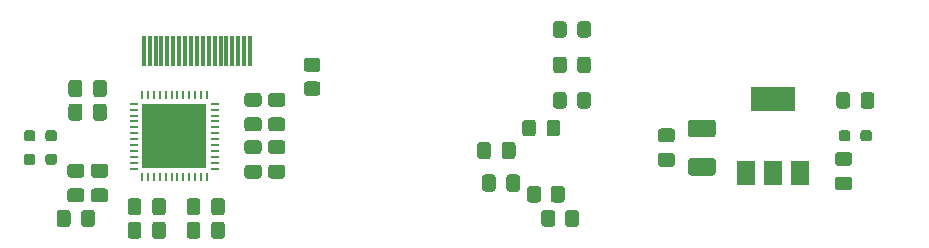
<source format=gtp>
%TF.GenerationSoftware,KiCad,Pcbnew,5.1.9+dfsg1-1+deb11u1*%
%TF.CreationDate,2025-10-29T09:53:25+01:00*%
%TF.ProjectId,VERA--HDMI-Expansion,56455241-2d58-4452-9d48-444d492d4578,1.1*%
%TF.SameCoordinates,Original*%
%TF.FileFunction,Paste,Top*%
%TF.FilePolarity,Positive*%
%FSLAX46Y46*%
G04 Gerber Fmt 4.6, Leading zero omitted, Abs format (unit mm)*
G04 Created by KiCad (PCBNEW 5.1.9+dfsg1-1+deb11u1) date 2025-10-29 09:53:25*
%MOMM*%
%LPD*%
G01*
G04 APERTURE LIST*
%ADD10R,0.300000X2.600000*%
%ADD11R,1.500000X2.000000*%
%ADD12R,3.800000X2.000000*%
%ADD13R,0.787400X0.254000*%
%ADD14R,0.254000X0.787400*%
%ADD15R,5.511800X5.511800*%
G04 APERTURE END LIST*
%TO.C,C1*%
G36*
G01*
X142975000Y-90950000D02*
X142025000Y-90950000D01*
G75*
G02*
X141775000Y-90700000I0J250000D01*
G01*
X141775000Y-90025000D01*
G75*
G02*
X142025000Y-89775000I250000J0D01*
G01*
X142975000Y-89775000D01*
G75*
G02*
X143225000Y-90025000I0J-250000D01*
G01*
X143225000Y-90700000D01*
G75*
G02*
X142975000Y-90950000I-250000J0D01*
G01*
G37*
G36*
G01*
X142975000Y-93025000D02*
X142025000Y-93025000D01*
G75*
G02*
X141775000Y-92775000I0J250000D01*
G01*
X141775000Y-92100000D01*
G75*
G02*
X142025000Y-91850000I250000J0D01*
G01*
X142975000Y-91850000D01*
G75*
G02*
X143225000Y-92100000I0J-250000D01*
G01*
X143225000Y-92775000D01*
G75*
G02*
X142975000Y-93025000I-250000J0D01*
G01*
G37*
%TD*%
%TO.C,C2*%
G36*
G01*
X140975000Y-90950000D02*
X140025000Y-90950000D01*
G75*
G02*
X139775000Y-90700000I0J250000D01*
G01*
X139775000Y-90025000D01*
G75*
G02*
X140025000Y-89775000I250000J0D01*
G01*
X140975000Y-89775000D01*
G75*
G02*
X141225000Y-90025000I0J-250000D01*
G01*
X141225000Y-90700000D01*
G75*
G02*
X140975000Y-90950000I-250000J0D01*
G01*
G37*
G36*
G01*
X140975000Y-93025000D02*
X140025000Y-93025000D01*
G75*
G02*
X139775000Y-92775000I0J250000D01*
G01*
X139775000Y-92100000D01*
G75*
G02*
X140025000Y-91850000I250000J0D01*
G01*
X140975000Y-91850000D01*
G75*
G02*
X141225000Y-92100000I0J-250000D01*
G01*
X141225000Y-92775000D01*
G75*
G02*
X140975000Y-93025000I-250000J0D01*
G01*
G37*
%TD*%
%TO.C,C3*%
G36*
G01*
X140975000Y-94950000D02*
X140025000Y-94950000D01*
G75*
G02*
X139775000Y-94700000I0J250000D01*
G01*
X139775000Y-94025000D01*
G75*
G02*
X140025000Y-93775000I250000J0D01*
G01*
X140975000Y-93775000D01*
G75*
G02*
X141225000Y-94025000I0J-250000D01*
G01*
X141225000Y-94700000D01*
G75*
G02*
X140975000Y-94950000I-250000J0D01*
G01*
G37*
G36*
G01*
X140975000Y-97025000D02*
X140025000Y-97025000D01*
G75*
G02*
X139775000Y-96775000I0J250000D01*
G01*
X139775000Y-96100000D01*
G75*
G02*
X140025000Y-95850000I250000J0D01*
G01*
X140975000Y-95850000D01*
G75*
G02*
X141225000Y-96100000I0J-250000D01*
G01*
X141225000Y-96775000D01*
G75*
G02*
X140975000Y-97025000I-250000J0D01*
G01*
G37*
%TD*%
%TO.C,C4*%
G36*
G01*
X142975000Y-94950000D02*
X142025000Y-94950000D01*
G75*
G02*
X141775000Y-94700000I0J250000D01*
G01*
X141775000Y-94025000D01*
G75*
G02*
X142025000Y-93775000I250000J0D01*
G01*
X142975000Y-93775000D01*
G75*
G02*
X143225000Y-94025000I0J-250000D01*
G01*
X143225000Y-94700000D01*
G75*
G02*
X142975000Y-94950000I-250000J0D01*
G01*
G37*
G36*
G01*
X142975000Y-97025000D02*
X142025000Y-97025000D01*
G75*
G02*
X141775000Y-96775000I0J250000D01*
G01*
X141775000Y-96100000D01*
G75*
G02*
X142025000Y-95850000I250000J0D01*
G01*
X142975000Y-95850000D01*
G75*
G02*
X143225000Y-96100000I0J-250000D01*
G01*
X143225000Y-96775000D01*
G75*
G02*
X142975000Y-97025000I-250000J0D01*
G01*
G37*
%TD*%
%TO.C,C7*%
G36*
G01*
X125025000Y-97850000D02*
X125975000Y-97850000D01*
G75*
G02*
X126225000Y-98100000I0J-250000D01*
G01*
X126225000Y-98775000D01*
G75*
G02*
X125975000Y-99025000I-250000J0D01*
G01*
X125025000Y-99025000D01*
G75*
G02*
X124775000Y-98775000I0J250000D01*
G01*
X124775000Y-98100000D01*
G75*
G02*
X125025000Y-97850000I250000J0D01*
G01*
G37*
G36*
G01*
X125025000Y-95775000D02*
X125975000Y-95775000D01*
G75*
G02*
X126225000Y-96025000I0J-250000D01*
G01*
X126225000Y-96700000D01*
G75*
G02*
X125975000Y-96950000I-250000J0D01*
G01*
X125025000Y-96950000D01*
G75*
G02*
X124775000Y-96700000I0J250000D01*
G01*
X124775000Y-96025000D01*
G75*
G02*
X125025000Y-95775000I250000J0D01*
G01*
G37*
%TD*%
%TO.C,C8*%
G36*
G01*
X127025000Y-97850000D02*
X127975000Y-97850000D01*
G75*
G02*
X128225000Y-98100000I0J-250000D01*
G01*
X128225000Y-98775000D01*
G75*
G02*
X127975000Y-99025000I-250000J0D01*
G01*
X127025000Y-99025000D01*
G75*
G02*
X126775000Y-98775000I0J250000D01*
G01*
X126775000Y-98100000D01*
G75*
G02*
X127025000Y-97850000I250000J0D01*
G01*
G37*
G36*
G01*
X127025000Y-95775000D02*
X127975000Y-95775000D01*
G75*
G02*
X128225000Y-96025000I0J-250000D01*
G01*
X128225000Y-96700000D01*
G75*
G02*
X127975000Y-96950000I-250000J0D01*
G01*
X127025000Y-96950000D01*
G75*
G02*
X126775000Y-96700000I0J250000D01*
G01*
X126775000Y-96025000D01*
G75*
G02*
X127025000Y-95775000I250000J0D01*
G01*
G37*
%TD*%
%TO.C,C9*%
G36*
G01*
X131050000Y-100925000D02*
X131050000Y-101875000D01*
G75*
G02*
X130800000Y-102125000I-250000J0D01*
G01*
X130125000Y-102125000D01*
G75*
G02*
X129875000Y-101875000I0J250000D01*
G01*
X129875000Y-100925000D01*
G75*
G02*
X130125000Y-100675000I250000J0D01*
G01*
X130800000Y-100675000D01*
G75*
G02*
X131050000Y-100925000I0J-250000D01*
G01*
G37*
G36*
G01*
X133125000Y-100925000D02*
X133125000Y-101875000D01*
G75*
G02*
X132875000Y-102125000I-250000J0D01*
G01*
X132200000Y-102125000D01*
G75*
G02*
X131950000Y-101875000I0J250000D01*
G01*
X131950000Y-100925000D01*
G75*
G02*
X132200000Y-100675000I250000J0D01*
G01*
X132875000Y-100675000D01*
G75*
G02*
X133125000Y-100925000I0J-250000D01*
G01*
G37*
%TD*%
%TO.C,C10*%
G36*
G01*
X131050000Y-98925000D02*
X131050000Y-99875000D01*
G75*
G02*
X130800000Y-100125000I-250000J0D01*
G01*
X130125000Y-100125000D01*
G75*
G02*
X129875000Y-99875000I0J250000D01*
G01*
X129875000Y-98925000D01*
G75*
G02*
X130125000Y-98675000I250000J0D01*
G01*
X130800000Y-98675000D01*
G75*
G02*
X131050000Y-98925000I0J-250000D01*
G01*
G37*
G36*
G01*
X133125000Y-98925000D02*
X133125000Y-99875000D01*
G75*
G02*
X132875000Y-100125000I-250000J0D01*
G01*
X132200000Y-100125000D01*
G75*
G02*
X131950000Y-99875000I0J250000D01*
G01*
X131950000Y-98925000D01*
G75*
G02*
X132200000Y-98675000I250000J0D01*
G01*
X132875000Y-98675000D01*
G75*
G02*
X133125000Y-98925000I0J-250000D01*
G01*
G37*
%TD*%
%TO.C,C13*%
G36*
G01*
X126050000Y-90925000D02*
X126050000Y-91875000D01*
G75*
G02*
X125800000Y-92125000I-250000J0D01*
G01*
X125125000Y-92125000D01*
G75*
G02*
X124875000Y-91875000I0J250000D01*
G01*
X124875000Y-90925000D01*
G75*
G02*
X125125000Y-90675000I250000J0D01*
G01*
X125800000Y-90675000D01*
G75*
G02*
X126050000Y-90925000I0J-250000D01*
G01*
G37*
G36*
G01*
X128125000Y-90925000D02*
X128125000Y-91875000D01*
G75*
G02*
X127875000Y-92125000I-250000J0D01*
G01*
X127200000Y-92125000D01*
G75*
G02*
X126950000Y-91875000I0J250000D01*
G01*
X126950000Y-90925000D01*
G75*
G02*
X127200000Y-90675000I250000J0D01*
G01*
X127875000Y-90675000D01*
G75*
G02*
X128125000Y-90925000I0J-250000D01*
G01*
G37*
%TD*%
%TO.C,C14*%
G36*
G01*
X126050000Y-88925000D02*
X126050000Y-89875000D01*
G75*
G02*
X125800000Y-90125000I-250000J0D01*
G01*
X125125000Y-90125000D01*
G75*
G02*
X124875000Y-89875000I0J250000D01*
G01*
X124875000Y-88925000D01*
G75*
G02*
X125125000Y-88675000I250000J0D01*
G01*
X125800000Y-88675000D01*
G75*
G02*
X126050000Y-88925000I0J-250000D01*
G01*
G37*
G36*
G01*
X128125000Y-88925000D02*
X128125000Y-89875000D01*
G75*
G02*
X127875000Y-90125000I-250000J0D01*
G01*
X127200000Y-90125000D01*
G75*
G02*
X126950000Y-89875000I0J250000D01*
G01*
X126950000Y-88925000D01*
G75*
G02*
X127200000Y-88675000I250000J0D01*
G01*
X127875000Y-88675000D01*
G75*
G02*
X128125000Y-88925000I0J-250000D01*
G01*
G37*
%TD*%
%TO.C,C15*%
G36*
G01*
X190975000Y-95950000D02*
X190025000Y-95950000D01*
G75*
G02*
X189775000Y-95700000I0J250000D01*
G01*
X189775000Y-95025000D01*
G75*
G02*
X190025000Y-94775000I250000J0D01*
G01*
X190975000Y-94775000D01*
G75*
G02*
X191225000Y-95025000I0J-250000D01*
G01*
X191225000Y-95700000D01*
G75*
G02*
X190975000Y-95950000I-250000J0D01*
G01*
G37*
G36*
G01*
X190975000Y-98025000D02*
X190025000Y-98025000D01*
G75*
G02*
X189775000Y-97775000I0J250000D01*
G01*
X189775000Y-97100000D01*
G75*
G02*
X190025000Y-96850000I250000J0D01*
G01*
X190975000Y-96850000D01*
G75*
G02*
X191225000Y-97100000I0J-250000D01*
G01*
X191225000Y-97775000D01*
G75*
G02*
X190975000Y-98025000I-250000J0D01*
G01*
G37*
%TD*%
%TO.C,C16*%
G36*
G01*
X177575000Y-95275000D02*
X179425000Y-95275000D01*
G75*
G02*
X179675000Y-95525000I0J-250000D01*
G01*
X179675000Y-96525000D01*
G75*
G02*
X179425000Y-96775000I-250000J0D01*
G01*
X177575000Y-96775000D01*
G75*
G02*
X177325000Y-96525000I0J250000D01*
G01*
X177325000Y-95525000D01*
G75*
G02*
X177575000Y-95275000I250000J0D01*
G01*
G37*
G36*
G01*
X177575000Y-92025000D02*
X179425000Y-92025000D01*
G75*
G02*
X179675000Y-92275000I0J-250000D01*
G01*
X179675000Y-93275000D01*
G75*
G02*
X179425000Y-93525000I-250000J0D01*
G01*
X177575000Y-93525000D01*
G75*
G02*
X177325000Y-93275000I0J250000D01*
G01*
X177325000Y-92275000D01*
G75*
G02*
X177575000Y-92025000I250000J0D01*
G01*
G37*
%TD*%
%TO.C,C17*%
G36*
G01*
X175025000Y-94850000D02*
X175975000Y-94850000D01*
G75*
G02*
X176225000Y-95100000I0J-250000D01*
G01*
X176225000Y-95775000D01*
G75*
G02*
X175975000Y-96025000I-250000J0D01*
G01*
X175025000Y-96025000D01*
G75*
G02*
X174775000Y-95775000I0J250000D01*
G01*
X174775000Y-95100000D01*
G75*
G02*
X175025000Y-94850000I250000J0D01*
G01*
G37*
G36*
G01*
X175025000Y-92775000D02*
X175975000Y-92775000D01*
G75*
G02*
X176225000Y-93025000I0J-250000D01*
G01*
X176225000Y-93700000D01*
G75*
G02*
X175975000Y-93950000I-250000J0D01*
G01*
X175025000Y-93950000D01*
G75*
G02*
X174775000Y-93700000I0J250000D01*
G01*
X174775000Y-93025000D01*
G75*
G02*
X175025000Y-92775000I250000J0D01*
G01*
G37*
%TD*%
%TO.C,C18*%
G36*
G01*
X136950000Y-101875000D02*
X136950000Y-100925000D01*
G75*
G02*
X137200000Y-100675000I250000J0D01*
G01*
X137875000Y-100675000D01*
G75*
G02*
X138125000Y-100925000I0J-250000D01*
G01*
X138125000Y-101875000D01*
G75*
G02*
X137875000Y-102125000I-250000J0D01*
G01*
X137200000Y-102125000D01*
G75*
G02*
X136950000Y-101875000I0J250000D01*
G01*
G37*
G36*
G01*
X134875000Y-101875000D02*
X134875000Y-100925000D01*
G75*
G02*
X135125000Y-100675000I250000J0D01*
G01*
X135800000Y-100675000D01*
G75*
G02*
X136050000Y-100925000I0J-250000D01*
G01*
X136050000Y-101875000D01*
G75*
G02*
X135800000Y-102125000I-250000J0D01*
G01*
X135125000Y-102125000D01*
G75*
G02*
X134875000Y-101875000I0J250000D01*
G01*
G37*
%TD*%
%TO.C,C19*%
G36*
G01*
X136950000Y-99875000D02*
X136950000Y-98925000D01*
G75*
G02*
X137200000Y-98675000I250000J0D01*
G01*
X137875000Y-98675000D01*
G75*
G02*
X138125000Y-98925000I0J-250000D01*
G01*
X138125000Y-99875000D01*
G75*
G02*
X137875000Y-100125000I-250000J0D01*
G01*
X137200000Y-100125000D01*
G75*
G02*
X136950000Y-99875000I0J250000D01*
G01*
G37*
G36*
G01*
X134875000Y-99875000D02*
X134875000Y-98925000D01*
G75*
G02*
X135125000Y-98675000I250000J0D01*
G01*
X135800000Y-98675000D01*
G75*
G02*
X136050000Y-98925000I0J-250000D01*
G01*
X136050000Y-99875000D01*
G75*
G02*
X135800000Y-100125000I-250000J0D01*
G01*
X135125000Y-100125000D01*
G75*
G02*
X134875000Y-99875000I0J250000D01*
G01*
G37*
%TD*%
%TO.C,C26*%
G36*
G01*
X161550000Y-95125000D02*
X161550000Y-94175000D01*
G75*
G02*
X161800000Y-93925000I250000J0D01*
G01*
X162475000Y-93925000D01*
G75*
G02*
X162725000Y-94175000I0J-250000D01*
G01*
X162725000Y-95125000D01*
G75*
G02*
X162475000Y-95375000I-250000J0D01*
G01*
X161800000Y-95375000D01*
G75*
G02*
X161550000Y-95125000I0J250000D01*
G01*
G37*
G36*
G01*
X159475000Y-95125000D02*
X159475000Y-94175000D01*
G75*
G02*
X159725000Y-93925000I250000J0D01*
G01*
X160400000Y-93925000D01*
G75*
G02*
X160650000Y-94175000I0J-250000D01*
G01*
X160650000Y-95125000D01*
G75*
G02*
X160400000Y-95375000I-250000J0D01*
G01*
X159725000Y-95375000D01*
G75*
G02*
X159475000Y-95125000I0J250000D01*
G01*
G37*
%TD*%
%TO.C,C27*%
G36*
G01*
X161950000Y-97875000D02*
X161950000Y-96925000D01*
G75*
G02*
X162200000Y-96675000I250000J0D01*
G01*
X162875000Y-96675000D01*
G75*
G02*
X163125000Y-96925000I0J-250000D01*
G01*
X163125000Y-97875000D01*
G75*
G02*
X162875000Y-98125000I-250000J0D01*
G01*
X162200000Y-98125000D01*
G75*
G02*
X161950000Y-97875000I0J250000D01*
G01*
G37*
G36*
G01*
X159875000Y-97875000D02*
X159875000Y-96925000D01*
G75*
G02*
X160125000Y-96675000I250000J0D01*
G01*
X160800000Y-96675000D01*
G75*
G02*
X161050000Y-96925000I0J-250000D01*
G01*
X161050000Y-97875000D01*
G75*
G02*
X160800000Y-98125000I-250000J0D01*
G01*
X160125000Y-98125000D01*
G75*
G02*
X159875000Y-97875000I0J250000D01*
G01*
G37*
%TD*%
%TO.C,C30*%
G36*
G01*
X125050000Y-99925000D02*
X125050000Y-100875000D01*
G75*
G02*
X124800000Y-101125000I-250000J0D01*
G01*
X124125000Y-101125000D01*
G75*
G02*
X123875000Y-100875000I0J250000D01*
G01*
X123875000Y-99925000D01*
G75*
G02*
X124125000Y-99675000I250000J0D01*
G01*
X124800000Y-99675000D01*
G75*
G02*
X125050000Y-99925000I0J-250000D01*
G01*
G37*
G36*
G01*
X127125000Y-99925000D02*
X127125000Y-100875000D01*
G75*
G02*
X126875000Y-101125000I-250000J0D01*
G01*
X126200000Y-101125000D01*
G75*
G02*
X125950000Y-100875000I0J250000D01*
G01*
X125950000Y-99925000D01*
G75*
G02*
X126200000Y-99675000I250000J0D01*
G01*
X126875000Y-99675000D01*
G75*
G02*
X127125000Y-99925000I0J-250000D01*
G01*
G37*
%TD*%
D10*
%TO.C,J1*%
X140250000Y-86200000D03*
X139750000Y-86200000D03*
X139250000Y-86200000D03*
X138750000Y-86200000D03*
X138250000Y-86200000D03*
X137750000Y-86200000D03*
X137250000Y-86200000D03*
X136750000Y-86200000D03*
X136250000Y-86200000D03*
X135750000Y-86200000D03*
X135250000Y-86200000D03*
X134750000Y-86200000D03*
X134250000Y-86200000D03*
X133750000Y-86200000D03*
X133250000Y-86200000D03*
X132750000Y-86200000D03*
X132250000Y-86200000D03*
X131750000Y-86200000D03*
X131250000Y-86200000D03*
%TD*%
%TO.C,L1*%
G36*
G01*
X164450000Y-92299999D02*
X164450000Y-93200001D01*
G75*
G02*
X164200001Y-93450000I-249999J0D01*
G01*
X163549999Y-93450000D01*
G75*
G02*
X163300000Y-93200001I0J249999D01*
G01*
X163300000Y-92299999D01*
G75*
G02*
X163549999Y-92050000I249999J0D01*
G01*
X164200001Y-92050000D01*
G75*
G02*
X164450000Y-92299999I0J-249999D01*
G01*
G37*
G36*
G01*
X166500000Y-92299999D02*
X166500000Y-93200001D01*
G75*
G02*
X166250001Y-93450000I-249999J0D01*
G01*
X165599999Y-93450000D01*
G75*
G02*
X165350000Y-93200001I0J249999D01*
G01*
X165350000Y-92299999D01*
G75*
G02*
X165599999Y-92050000I249999J0D01*
G01*
X166250001Y-92050000D01*
G75*
G02*
X166500000Y-92299999I0J-249999D01*
G01*
G37*
%TD*%
%TO.C,L2*%
G36*
G01*
X167050000Y-89949999D02*
X167050000Y-90850001D01*
G75*
G02*
X166800001Y-91100000I-249999J0D01*
G01*
X166149999Y-91100000D01*
G75*
G02*
X165900000Y-90850001I0J249999D01*
G01*
X165900000Y-89949999D01*
G75*
G02*
X166149999Y-89700000I249999J0D01*
G01*
X166800001Y-89700000D01*
G75*
G02*
X167050000Y-89949999I0J-249999D01*
G01*
G37*
G36*
G01*
X169100000Y-89949999D02*
X169100000Y-90850001D01*
G75*
G02*
X168850001Y-91100000I-249999J0D01*
G01*
X168199999Y-91100000D01*
G75*
G02*
X167950000Y-90850001I0J249999D01*
G01*
X167950000Y-89949999D01*
G75*
G02*
X168199999Y-89700000I249999J0D01*
G01*
X168850001Y-89700000D01*
G75*
G02*
X169100000Y-89949999I0J-249999D01*
G01*
G37*
%TD*%
%TO.C,L3*%
G36*
G01*
X167050000Y-86949999D02*
X167050000Y-87850001D01*
G75*
G02*
X166800001Y-88100000I-249999J0D01*
G01*
X166149999Y-88100000D01*
G75*
G02*
X165900000Y-87850001I0J249999D01*
G01*
X165900000Y-86949999D01*
G75*
G02*
X166149999Y-86700000I249999J0D01*
G01*
X166800001Y-86700000D01*
G75*
G02*
X167050000Y-86949999I0J-249999D01*
G01*
G37*
G36*
G01*
X169100000Y-86949999D02*
X169100000Y-87850001D01*
G75*
G02*
X168850001Y-88100000I-249999J0D01*
G01*
X168199999Y-88100000D01*
G75*
G02*
X167950000Y-87850001I0J249999D01*
G01*
X167950000Y-86949999D01*
G75*
G02*
X168199999Y-86700000I249999J0D01*
G01*
X168850001Y-86700000D01*
G75*
G02*
X169100000Y-86949999I0J-249999D01*
G01*
G37*
%TD*%
%TO.C,L4*%
G36*
G01*
X167050000Y-83949999D02*
X167050000Y-84850001D01*
G75*
G02*
X166800001Y-85100000I-249999J0D01*
G01*
X166149999Y-85100000D01*
G75*
G02*
X165900000Y-84850001I0J249999D01*
G01*
X165900000Y-83949999D01*
G75*
G02*
X166149999Y-83700000I249999J0D01*
G01*
X166800001Y-83700000D01*
G75*
G02*
X167050000Y-83949999I0J-249999D01*
G01*
G37*
G36*
G01*
X169100000Y-83949999D02*
X169100000Y-84850001D01*
G75*
G02*
X168850001Y-85100000I-249999J0D01*
G01*
X168199999Y-85100000D01*
G75*
G02*
X167950000Y-84850001I0J249999D01*
G01*
X167950000Y-83949999D01*
G75*
G02*
X168199999Y-83700000I249999J0D01*
G01*
X168850001Y-83700000D01*
G75*
G02*
X169100000Y-83949999I0J-249999D01*
G01*
G37*
%TD*%
%TO.C,R1*%
G36*
G01*
X166900000Y-100850001D02*
X166900000Y-99949999D01*
G75*
G02*
X167149999Y-99700000I249999J0D01*
G01*
X167850001Y-99700000D01*
G75*
G02*
X168100000Y-99949999I0J-249999D01*
G01*
X168100000Y-100850001D01*
G75*
G02*
X167850001Y-101100000I-249999J0D01*
G01*
X167149999Y-101100000D01*
G75*
G02*
X166900000Y-100850001I0J249999D01*
G01*
G37*
G36*
G01*
X164900000Y-100850001D02*
X164900000Y-99949999D01*
G75*
G02*
X165149999Y-99700000I249999J0D01*
G01*
X165850001Y-99700000D01*
G75*
G02*
X166100000Y-99949999I0J-249999D01*
G01*
X166100000Y-100850001D01*
G75*
G02*
X165850001Y-101100000I-249999J0D01*
G01*
X165149999Y-101100000D01*
G75*
G02*
X164900000Y-100850001I0J249999D01*
G01*
G37*
%TD*%
%TO.C,R2*%
G36*
G01*
X165700000Y-98800001D02*
X165700000Y-97899999D01*
G75*
G02*
X165949999Y-97650000I249999J0D01*
G01*
X166650001Y-97650000D01*
G75*
G02*
X166900000Y-97899999I0J-249999D01*
G01*
X166900000Y-98800001D01*
G75*
G02*
X166650001Y-99050000I-249999J0D01*
G01*
X165949999Y-99050000D01*
G75*
G02*
X165700000Y-98800001I0J249999D01*
G01*
G37*
G36*
G01*
X163700000Y-98800001D02*
X163700000Y-97899999D01*
G75*
G02*
X163949999Y-97650000I249999J0D01*
G01*
X164650001Y-97650000D01*
G75*
G02*
X164900000Y-97899999I0J-249999D01*
G01*
X164900000Y-98800001D01*
G75*
G02*
X164650001Y-99050000I-249999J0D01*
G01*
X163949999Y-99050000D01*
G75*
G02*
X163700000Y-98800001I0J249999D01*
G01*
G37*
%TD*%
%TO.C,R14*%
G36*
G01*
X145950001Y-88000000D02*
X145049999Y-88000000D01*
G75*
G02*
X144800000Y-87750001I0J249999D01*
G01*
X144800000Y-87049999D01*
G75*
G02*
X145049999Y-86800000I249999J0D01*
G01*
X145950001Y-86800000D01*
G75*
G02*
X146200000Y-87049999I0J-249999D01*
G01*
X146200000Y-87750001D01*
G75*
G02*
X145950001Y-88000000I-249999J0D01*
G01*
G37*
G36*
G01*
X145950001Y-90000000D02*
X145049999Y-90000000D01*
G75*
G02*
X144800000Y-89750001I0J249999D01*
G01*
X144800000Y-89049999D01*
G75*
G02*
X145049999Y-88800000I249999J0D01*
G01*
X145950001Y-88800000D01*
G75*
G02*
X146200000Y-89049999I0J-249999D01*
G01*
X146200000Y-89750001D01*
G75*
G02*
X145950001Y-90000000I-249999J0D01*
G01*
G37*
%TD*%
%TO.C,R15*%
G36*
G01*
X122925000Y-95637500D02*
X122925000Y-95162500D01*
G75*
G02*
X123162500Y-94925000I237500J0D01*
G01*
X123662500Y-94925000D01*
G75*
G02*
X123900000Y-95162500I0J-237500D01*
G01*
X123900000Y-95637500D01*
G75*
G02*
X123662500Y-95875000I-237500J0D01*
G01*
X123162500Y-95875000D01*
G75*
G02*
X122925000Y-95637500I0J237500D01*
G01*
G37*
G36*
G01*
X121100000Y-95637500D02*
X121100000Y-95162500D01*
G75*
G02*
X121337500Y-94925000I237500J0D01*
G01*
X121837500Y-94925000D01*
G75*
G02*
X122075000Y-95162500I0J-237500D01*
G01*
X122075000Y-95637500D01*
G75*
G02*
X121837500Y-95875000I-237500J0D01*
G01*
X121337500Y-95875000D01*
G75*
G02*
X121100000Y-95637500I0J237500D01*
G01*
G37*
%TD*%
%TO.C,R16*%
G36*
G01*
X122925000Y-93637500D02*
X122925000Y-93162500D01*
G75*
G02*
X123162500Y-92925000I237500J0D01*
G01*
X123662500Y-92925000D01*
G75*
G02*
X123900000Y-93162500I0J-237500D01*
G01*
X123900000Y-93637500D01*
G75*
G02*
X123662500Y-93875000I-237500J0D01*
G01*
X123162500Y-93875000D01*
G75*
G02*
X122925000Y-93637500I0J237500D01*
G01*
G37*
G36*
G01*
X121100000Y-93637500D02*
X121100000Y-93162500D01*
G75*
G02*
X121337500Y-92925000I237500J0D01*
G01*
X121837500Y-92925000D01*
G75*
G02*
X122075000Y-93162500I0J-237500D01*
G01*
X122075000Y-93637500D01*
G75*
G02*
X121837500Y-93875000I-237500J0D01*
G01*
X121337500Y-93875000D01*
G75*
G02*
X121100000Y-93637500I0J237500D01*
G01*
G37*
%TD*%
D11*
%TO.C,U1*%
X182200000Y-96550000D03*
X186800000Y-96550000D03*
X184500000Y-96550000D03*
D12*
X184500000Y-90250000D03*
%TD*%
D13*
%TO.C,U2*%
X137317100Y-96182900D03*
X137317100Y-95682901D03*
X137317100Y-95182899D03*
X137317100Y-94682900D03*
X137317100Y-94182901D03*
X137317100Y-93682900D03*
X137317100Y-93182900D03*
X137317100Y-92682899D03*
X137317100Y-92182900D03*
X137317100Y-91682901D03*
X137317100Y-91182899D03*
X137317100Y-90682900D03*
D14*
X136600000Y-89965800D03*
X136100001Y-89965800D03*
X135599999Y-89965800D03*
X135100000Y-89965800D03*
X134600001Y-89965800D03*
X134100000Y-89965800D03*
X133600000Y-89965800D03*
X133099999Y-89965800D03*
X132600000Y-89965800D03*
X132100001Y-89965800D03*
X131599999Y-89965800D03*
X131100000Y-89965800D03*
D13*
X130382900Y-90682900D03*
X130382900Y-91182899D03*
X130382900Y-91682901D03*
X130382900Y-92182900D03*
X130382900Y-92682899D03*
X130382900Y-93182900D03*
X130382900Y-93682900D03*
X130382900Y-94182901D03*
X130382900Y-94682900D03*
X130382900Y-95182899D03*
X130382900Y-95682901D03*
X130382900Y-96182900D03*
D14*
X131100000Y-96900000D03*
X131599999Y-96900000D03*
X132100001Y-96900000D03*
X132600000Y-96900000D03*
X133099999Y-96900000D03*
X133600000Y-96900000D03*
X134100000Y-96900000D03*
X134600001Y-96900000D03*
X135100000Y-96900000D03*
X135599999Y-96900000D03*
X136100001Y-96900000D03*
X136600000Y-96900000D03*
D15*
X133850000Y-93432900D03*
%TD*%
%TO.C,LD1*%
G36*
G01*
X191050000Y-89949999D02*
X191050000Y-90850001D01*
G75*
G02*
X190800001Y-91100000I-249999J0D01*
G01*
X190149999Y-91100000D01*
G75*
G02*
X189900000Y-90850001I0J249999D01*
G01*
X189900000Y-89949999D01*
G75*
G02*
X190149999Y-89700000I249999J0D01*
G01*
X190800001Y-89700000D01*
G75*
G02*
X191050000Y-89949999I0J-249999D01*
G01*
G37*
G36*
G01*
X193100000Y-89949999D02*
X193100000Y-90850001D01*
G75*
G02*
X192850001Y-91100000I-249999J0D01*
G01*
X192199999Y-91100000D01*
G75*
G02*
X191950000Y-90850001I0J249999D01*
G01*
X191950000Y-89949999D01*
G75*
G02*
X192199999Y-89700000I249999J0D01*
G01*
X192850001Y-89700000D01*
G75*
G02*
X193100000Y-89949999I0J-249999D01*
G01*
G37*
%TD*%
%TO.C,R17*%
G36*
G01*
X191075000Y-93162500D02*
X191075000Y-93637500D01*
G75*
G02*
X190837500Y-93875000I-237500J0D01*
G01*
X190337500Y-93875000D01*
G75*
G02*
X190100000Y-93637500I0J237500D01*
G01*
X190100000Y-93162500D01*
G75*
G02*
X190337500Y-92925000I237500J0D01*
G01*
X190837500Y-92925000D01*
G75*
G02*
X191075000Y-93162500I0J-237500D01*
G01*
G37*
G36*
G01*
X192900000Y-93162500D02*
X192900000Y-93637500D01*
G75*
G02*
X192662500Y-93875000I-237500J0D01*
G01*
X192162500Y-93875000D01*
G75*
G02*
X191925000Y-93637500I0J237500D01*
G01*
X191925000Y-93162500D01*
G75*
G02*
X192162500Y-92925000I237500J0D01*
G01*
X192662500Y-92925000D01*
G75*
G02*
X192900000Y-93162500I0J-237500D01*
G01*
G37*
%TD*%
M02*

</source>
